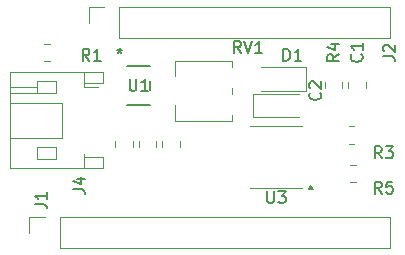
<source format=gbr>
%TF.GenerationSoftware,KiCad,Pcbnew,9.0.0*%
%TF.CreationDate,2025-04-10T05:16:25-06:00*%
%TF.ProjectId,WakeCircuit,57616b65-4369-4726-9375-69742e6b6963,rev?*%
%TF.SameCoordinates,Original*%
%TF.FileFunction,Legend,Top*%
%TF.FilePolarity,Positive*%
%FSLAX46Y46*%
G04 Gerber Fmt 4.6, Leading zero omitted, Abs format (unit mm)*
G04 Created by KiCad (PCBNEW 9.0.0) date 2025-04-10 05:16:25*
%MOMM*%
%LPD*%
G01*
G04 APERTURE LIST*
%ADD10C,0.150000*%
%ADD11C,0.120000*%
%ADD12C,0.152400*%
G04 APERTURE END LIST*
D10*
X117859580Y-104416666D02*
X117907200Y-104464285D01*
X117907200Y-104464285D02*
X117954819Y-104607142D01*
X117954819Y-104607142D02*
X117954819Y-104702380D01*
X117954819Y-104702380D02*
X117907200Y-104845237D01*
X117907200Y-104845237D02*
X117811961Y-104940475D01*
X117811961Y-104940475D02*
X117716723Y-104988094D01*
X117716723Y-104988094D02*
X117526247Y-105035713D01*
X117526247Y-105035713D02*
X117383390Y-105035713D01*
X117383390Y-105035713D02*
X117192914Y-104988094D01*
X117192914Y-104988094D02*
X117097676Y-104940475D01*
X117097676Y-104940475D02*
X117002438Y-104845237D01*
X117002438Y-104845237D02*
X116954819Y-104702380D01*
X116954819Y-104702380D02*
X116954819Y-104607142D01*
X116954819Y-104607142D02*
X117002438Y-104464285D01*
X117002438Y-104464285D02*
X117050057Y-104416666D01*
X117050057Y-104035713D02*
X117002438Y-103988094D01*
X117002438Y-103988094D02*
X116954819Y-103892856D01*
X116954819Y-103892856D02*
X116954819Y-103654761D01*
X116954819Y-103654761D02*
X117002438Y-103559523D01*
X117002438Y-103559523D02*
X117050057Y-103511904D01*
X117050057Y-103511904D02*
X117145295Y-103464285D01*
X117145295Y-103464285D02*
X117240533Y-103464285D01*
X117240533Y-103464285D02*
X117383390Y-103511904D01*
X117383390Y-103511904D02*
X117954819Y-104083332D01*
X117954819Y-104083332D02*
X117954819Y-103464285D01*
X121359580Y-101166666D02*
X121407200Y-101214285D01*
X121407200Y-101214285D02*
X121454819Y-101357142D01*
X121454819Y-101357142D02*
X121454819Y-101452380D01*
X121454819Y-101452380D02*
X121407200Y-101595237D01*
X121407200Y-101595237D02*
X121311961Y-101690475D01*
X121311961Y-101690475D02*
X121216723Y-101738094D01*
X121216723Y-101738094D02*
X121026247Y-101785713D01*
X121026247Y-101785713D02*
X120883390Y-101785713D01*
X120883390Y-101785713D02*
X120692914Y-101738094D01*
X120692914Y-101738094D02*
X120597676Y-101690475D01*
X120597676Y-101690475D02*
X120502438Y-101595237D01*
X120502438Y-101595237D02*
X120454819Y-101452380D01*
X120454819Y-101452380D02*
X120454819Y-101357142D01*
X120454819Y-101357142D02*
X120502438Y-101214285D01*
X120502438Y-101214285D02*
X120550057Y-101166666D01*
X121454819Y-100214285D02*
X121454819Y-100785713D01*
X121454819Y-100499999D02*
X120454819Y-100499999D01*
X120454819Y-100499999D02*
X120597676Y-100595237D01*
X120597676Y-100595237D02*
X120692914Y-100690475D01*
X120692914Y-100690475D02*
X120740533Y-100785713D01*
X114761905Y-101704819D02*
X114761905Y-100704819D01*
X114761905Y-100704819D02*
X115000000Y-100704819D01*
X115000000Y-100704819D02*
X115142857Y-100752438D01*
X115142857Y-100752438D02*
X115238095Y-100847676D01*
X115238095Y-100847676D02*
X115285714Y-100942914D01*
X115285714Y-100942914D02*
X115333333Y-101133390D01*
X115333333Y-101133390D02*
X115333333Y-101276247D01*
X115333333Y-101276247D02*
X115285714Y-101466723D01*
X115285714Y-101466723D02*
X115238095Y-101561961D01*
X115238095Y-101561961D02*
X115142857Y-101657200D01*
X115142857Y-101657200D02*
X115000000Y-101704819D01*
X115000000Y-101704819D02*
X114761905Y-101704819D01*
X116285714Y-101704819D02*
X115714286Y-101704819D01*
X116000000Y-101704819D02*
X116000000Y-100704819D01*
X116000000Y-100704819D02*
X115904762Y-100847676D01*
X115904762Y-100847676D02*
X115809524Y-100942914D01*
X115809524Y-100942914D02*
X115714286Y-100990533D01*
X93704819Y-113833333D02*
X94419104Y-113833333D01*
X94419104Y-113833333D02*
X94561961Y-113880952D01*
X94561961Y-113880952D02*
X94657200Y-113976190D01*
X94657200Y-113976190D02*
X94704819Y-114119047D01*
X94704819Y-114119047D02*
X94704819Y-114214285D01*
X94704819Y-112833333D02*
X94704819Y-113404761D01*
X94704819Y-113119047D02*
X93704819Y-113119047D01*
X93704819Y-113119047D02*
X93847676Y-113214285D01*
X93847676Y-113214285D02*
X93942914Y-113309523D01*
X93942914Y-113309523D02*
X93990533Y-113404761D01*
X123204819Y-101333333D02*
X123919104Y-101333333D01*
X123919104Y-101333333D02*
X124061961Y-101380952D01*
X124061961Y-101380952D02*
X124157200Y-101476190D01*
X124157200Y-101476190D02*
X124204819Y-101619047D01*
X124204819Y-101619047D02*
X124204819Y-101714285D01*
X123300057Y-100904761D02*
X123252438Y-100857142D01*
X123252438Y-100857142D02*
X123204819Y-100761904D01*
X123204819Y-100761904D02*
X123204819Y-100523809D01*
X123204819Y-100523809D02*
X123252438Y-100428571D01*
X123252438Y-100428571D02*
X123300057Y-100380952D01*
X123300057Y-100380952D02*
X123395295Y-100333333D01*
X123395295Y-100333333D02*
X123490533Y-100333333D01*
X123490533Y-100333333D02*
X123633390Y-100380952D01*
X123633390Y-100380952D02*
X124204819Y-100952380D01*
X124204819Y-100952380D02*
X124204819Y-100333333D01*
X98333333Y-101704819D02*
X98000000Y-101228628D01*
X97761905Y-101704819D02*
X97761905Y-100704819D01*
X97761905Y-100704819D02*
X98142857Y-100704819D01*
X98142857Y-100704819D02*
X98238095Y-100752438D01*
X98238095Y-100752438D02*
X98285714Y-100800057D01*
X98285714Y-100800057D02*
X98333333Y-100895295D01*
X98333333Y-100895295D02*
X98333333Y-101038152D01*
X98333333Y-101038152D02*
X98285714Y-101133390D01*
X98285714Y-101133390D02*
X98238095Y-101181009D01*
X98238095Y-101181009D02*
X98142857Y-101228628D01*
X98142857Y-101228628D02*
X97761905Y-101228628D01*
X99285714Y-101704819D02*
X98714286Y-101704819D01*
X99000000Y-101704819D02*
X99000000Y-100704819D01*
X99000000Y-100704819D02*
X98904762Y-100847676D01*
X98904762Y-100847676D02*
X98809524Y-100942914D01*
X98809524Y-100942914D02*
X98714286Y-100990533D01*
X101738095Y-103254859D02*
X101738095Y-104064382D01*
X101738095Y-104064382D02*
X101785714Y-104159620D01*
X101785714Y-104159620D02*
X101833333Y-104207240D01*
X101833333Y-104207240D02*
X101928571Y-104254859D01*
X101928571Y-104254859D02*
X102119047Y-104254859D01*
X102119047Y-104254859D02*
X102214285Y-104207240D01*
X102214285Y-104207240D02*
X102261904Y-104159620D01*
X102261904Y-104159620D02*
X102309523Y-104064382D01*
X102309523Y-104064382D02*
X102309523Y-103254859D01*
X103309523Y-104254859D02*
X102738095Y-104254859D01*
X103023809Y-104254859D02*
X103023809Y-103254859D01*
X103023809Y-103254859D02*
X102928571Y-103397716D01*
X102928571Y-103397716D02*
X102833333Y-103492954D01*
X102833333Y-103492954D02*
X102738095Y-103540573D01*
X100883550Y-100653899D02*
X100883550Y-100891994D01*
X100645455Y-100796756D02*
X100883550Y-100891994D01*
X100883550Y-100891994D02*
X101121645Y-100796756D01*
X100740693Y-101082470D02*
X100883550Y-100891994D01*
X100883550Y-100891994D02*
X101026407Y-101082470D01*
X96954819Y-112583333D02*
X97669104Y-112583333D01*
X97669104Y-112583333D02*
X97811961Y-112630952D01*
X97811961Y-112630952D02*
X97907200Y-112726190D01*
X97907200Y-112726190D02*
X97954819Y-112869047D01*
X97954819Y-112869047D02*
X97954819Y-112964285D01*
X97288152Y-111678571D02*
X97954819Y-111678571D01*
X96907200Y-111916666D02*
X97621485Y-112154761D01*
X97621485Y-112154761D02*
X97621485Y-111535714D01*
X123083333Y-112954819D02*
X122750000Y-112478628D01*
X122511905Y-112954819D02*
X122511905Y-111954819D01*
X122511905Y-111954819D02*
X122892857Y-111954819D01*
X122892857Y-111954819D02*
X122988095Y-112002438D01*
X122988095Y-112002438D02*
X123035714Y-112050057D01*
X123035714Y-112050057D02*
X123083333Y-112145295D01*
X123083333Y-112145295D02*
X123083333Y-112288152D01*
X123083333Y-112288152D02*
X123035714Y-112383390D01*
X123035714Y-112383390D02*
X122988095Y-112431009D01*
X122988095Y-112431009D02*
X122892857Y-112478628D01*
X122892857Y-112478628D02*
X122511905Y-112478628D01*
X123988095Y-111954819D02*
X123511905Y-111954819D01*
X123511905Y-111954819D02*
X123464286Y-112431009D01*
X123464286Y-112431009D02*
X123511905Y-112383390D01*
X123511905Y-112383390D02*
X123607143Y-112335771D01*
X123607143Y-112335771D02*
X123845238Y-112335771D01*
X123845238Y-112335771D02*
X123940476Y-112383390D01*
X123940476Y-112383390D02*
X123988095Y-112431009D01*
X123988095Y-112431009D02*
X124035714Y-112526247D01*
X124035714Y-112526247D02*
X124035714Y-112764342D01*
X124035714Y-112764342D02*
X123988095Y-112859580D01*
X123988095Y-112859580D02*
X123940476Y-112907200D01*
X123940476Y-112907200D02*
X123845238Y-112954819D01*
X123845238Y-112954819D02*
X123607143Y-112954819D01*
X123607143Y-112954819D02*
X123511905Y-112907200D01*
X123511905Y-112907200D02*
X123464286Y-112859580D01*
X119454819Y-101166666D02*
X118978628Y-101499999D01*
X119454819Y-101738094D02*
X118454819Y-101738094D01*
X118454819Y-101738094D02*
X118454819Y-101357142D01*
X118454819Y-101357142D02*
X118502438Y-101261904D01*
X118502438Y-101261904D02*
X118550057Y-101214285D01*
X118550057Y-101214285D02*
X118645295Y-101166666D01*
X118645295Y-101166666D02*
X118788152Y-101166666D01*
X118788152Y-101166666D02*
X118883390Y-101214285D01*
X118883390Y-101214285D02*
X118931009Y-101261904D01*
X118931009Y-101261904D02*
X118978628Y-101357142D01*
X118978628Y-101357142D02*
X118978628Y-101738094D01*
X118788152Y-100309523D02*
X119454819Y-100309523D01*
X118407200Y-100547618D02*
X119121485Y-100785713D01*
X119121485Y-100785713D02*
X119121485Y-100166666D01*
X123083333Y-109954819D02*
X122750000Y-109478628D01*
X122511905Y-109954819D02*
X122511905Y-108954819D01*
X122511905Y-108954819D02*
X122892857Y-108954819D01*
X122892857Y-108954819D02*
X122988095Y-109002438D01*
X122988095Y-109002438D02*
X123035714Y-109050057D01*
X123035714Y-109050057D02*
X123083333Y-109145295D01*
X123083333Y-109145295D02*
X123083333Y-109288152D01*
X123083333Y-109288152D02*
X123035714Y-109383390D01*
X123035714Y-109383390D02*
X122988095Y-109431009D01*
X122988095Y-109431009D02*
X122892857Y-109478628D01*
X122892857Y-109478628D02*
X122511905Y-109478628D01*
X123416667Y-108954819D02*
X124035714Y-108954819D01*
X124035714Y-108954819D02*
X123702381Y-109335771D01*
X123702381Y-109335771D02*
X123845238Y-109335771D01*
X123845238Y-109335771D02*
X123940476Y-109383390D01*
X123940476Y-109383390D02*
X123988095Y-109431009D01*
X123988095Y-109431009D02*
X124035714Y-109526247D01*
X124035714Y-109526247D02*
X124035714Y-109764342D01*
X124035714Y-109764342D02*
X123988095Y-109859580D01*
X123988095Y-109859580D02*
X123940476Y-109907200D01*
X123940476Y-109907200D02*
X123845238Y-109954819D01*
X123845238Y-109954819D02*
X123559524Y-109954819D01*
X123559524Y-109954819D02*
X123464286Y-109907200D01*
X123464286Y-109907200D02*
X123416667Y-109859580D01*
X113375595Y-112754819D02*
X113375595Y-113564342D01*
X113375595Y-113564342D02*
X113423214Y-113659580D01*
X113423214Y-113659580D02*
X113470833Y-113707200D01*
X113470833Y-113707200D02*
X113566071Y-113754819D01*
X113566071Y-113754819D02*
X113756547Y-113754819D01*
X113756547Y-113754819D02*
X113851785Y-113707200D01*
X113851785Y-113707200D02*
X113899404Y-113659580D01*
X113899404Y-113659580D02*
X113947023Y-113564342D01*
X113947023Y-113564342D02*
X113947023Y-112754819D01*
X114327976Y-112754819D02*
X114947023Y-112754819D01*
X114947023Y-112754819D02*
X114613690Y-113135771D01*
X114613690Y-113135771D02*
X114756547Y-113135771D01*
X114756547Y-113135771D02*
X114851785Y-113183390D01*
X114851785Y-113183390D02*
X114899404Y-113231009D01*
X114899404Y-113231009D02*
X114947023Y-113326247D01*
X114947023Y-113326247D02*
X114947023Y-113564342D01*
X114947023Y-113564342D02*
X114899404Y-113659580D01*
X114899404Y-113659580D02*
X114851785Y-113707200D01*
X114851785Y-113707200D02*
X114756547Y-113754819D01*
X114756547Y-113754819D02*
X114470833Y-113754819D01*
X114470833Y-113754819D02*
X114375595Y-113707200D01*
X114375595Y-113707200D02*
X114327976Y-113659580D01*
X111154761Y-101054819D02*
X110821428Y-100578628D01*
X110583333Y-101054819D02*
X110583333Y-100054819D01*
X110583333Y-100054819D02*
X110964285Y-100054819D01*
X110964285Y-100054819D02*
X111059523Y-100102438D01*
X111059523Y-100102438D02*
X111107142Y-100150057D01*
X111107142Y-100150057D02*
X111154761Y-100245295D01*
X111154761Y-100245295D02*
X111154761Y-100388152D01*
X111154761Y-100388152D02*
X111107142Y-100483390D01*
X111107142Y-100483390D02*
X111059523Y-100531009D01*
X111059523Y-100531009D02*
X110964285Y-100578628D01*
X110964285Y-100578628D02*
X110583333Y-100578628D01*
X111440476Y-100054819D02*
X111773809Y-101054819D01*
X111773809Y-101054819D02*
X112107142Y-100054819D01*
X112964285Y-101054819D02*
X112392857Y-101054819D01*
X112678571Y-101054819D02*
X112678571Y-100054819D01*
X112678571Y-100054819D02*
X112583333Y-100197676D01*
X112583333Y-100197676D02*
X112488095Y-100292914D01*
X112488095Y-100292914D02*
X112392857Y-100340533D01*
D11*
%TO.C,C1*%
X120265000Y-104011252D02*
X120265000Y-103488748D01*
X121735000Y-104011252D02*
X121735000Y-103488748D01*
%TO.C,D1*%
X116710000Y-102250000D02*
X112850000Y-102250000D01*
X116710000Y-104250000D02*
X112850000Y-104250000D01*
X116710000Y-104250000D02*
X116710000Y-102250000D01*
%TO.C,J1*%
X95820000Y-117580000D02*
X123820000Y-117580000D01*
X95820000Y-117580000D02*
X95820000Y-114920000D01*
X123820000Y-117580000D02*
X123820000Y-114920000D01*
X93220000Y-116250000D02*
X93220000Y-114920000D01*
X93220000Y-114920000D02*
X94550000Y-114920000D01*
X95820000Y-114920000D02*
X123820000Y-114920000D01*
%TO.C,J2*%
X100870000Y-97145000D02*
X123790000Y-97145000D01*
X98270000Y-97145000D02*
X99600000Y-97145000D01*
X98270000Y-98475000D02*
X98270000Y-97145000D01*
X123790000Y-99805000D02*
X123790000Y-97145000D01*
X100870000Y-99805000D02*
X100870000Y-97145000D01*
X100870000Y-99805000D02*
X123790000Y-99805000D01*
%TO.C,R2*%
X104515000Y-108977064D02*
X104515000Y-108522936D01*
X105985000Y-108977064D02*
X105985000Y-108522936D01*
%TO.C,C4*%
X101985000Y-109011252D02*
X101985000Y-108488748D01*
X100515000Y-109011252D02*
X100515000Y-108488748D01*
%TO.C,C3*%
X102515000Y-108488748D02*
X102515000Y-109011252D01*
X103985000Y-108488748D02*
X103985000Y-109011252D01*
%TO.C,R1*%
X94977064Y-100265000D02*
X94522936Y-100265000D01*
X94977064Y-101735000D02*
X94522936Y-101735000D01*
D12*
%TO.C,U1*%
X103503300Y-104163260D02*
X103503300Y-103436820D01*
X103503300Y-102149040D02*
X101496700Y-102149040D01*
X101496700Y-105451040D02*
X103503300Y-105451040D01*
D11*
%TO.C,J4*%
X99460000Y-102690000D02*
X91640000Y-102690000D01*
X97860000Y-102690000D02*
X97860000Y-103610000D01*
X91640000Y-102690000D02*
X91640000Y-110810000D01*
X95500000Y-103450000D02*
X93900000Y-103450000D01*
X93900000Y-103450000D02*
X93900000Y-104450000D01*
X99460000Y-103610000D02*
X99460000Y-102690000D01*
X97860000Y-103610000D02*
X99460000Y-103610000D01*
X97860000Y-103890000D02*
X97860000Y-103610000D01*
X97860000Y-103890000D02*
X99075000Y-103890000D01*
X93900000Y-103950000D02*
X91640000Y-103950000D01*
X95500000Y-104450000D02*
X95500000Y-103450000D01*
X93900000Y-104450000D02*
X95500000Y-104450000D01*
X93900000Y-104450000D02*
X91640000Y-104450000D01*
X96000000Y-105250000D02*
X96000000Y-108250000D01*
X91640000Y-105250000D02*
X96000000Y-105250000D01*
X96000000Y-108250000D02*
X91640000Y-108250000D01*
X95500000Y-109050000D02*
X95500000Y-110050000D01*
X93900000Y-109050000D02*
X95500000Y-109050000D01*
X99460000Y-109890000D02*
X97860000Y-109890000D01*
X97860000Y-109890000D02*
X97860000Y-109610000D01*
X95500000Y-110050000D02*
X93900000Y-110050000D01*
X93900000Y-110050000D02*
X93900000Y-109050000D01*
X99460000Y-110810000D02*
X99460000Y-109890000D01*
X97860000Y-110810000D02*
X97860000Y-109890000D01*
X91640000Y-110810000D02*
X99460000Y-110810000D01*
%TO.C,R5*%
X120435436Y-111985000D02*
X120889564Y-111985000D01*
X120435436Y-110515000D02*
X120889564Y-110515000D01*
%TO.C,R4*%
X118265000Y-103977064D02*
X118265000Y-103522936D01*
X119735000Y-103977064D02*
X119735000Y-103522936D01*
%TO.C,C2*%
X116100000Y-104565000D02*
X112190000Y-104565000D01*
X112190000Y-106435000D02*
X116100000Y-106435000D01*
X112190000Y-104565000D02*
X112190000Y-106435000D01*
%TO.C,R3*%
X120272936Y-108735000D02*
X120727064Y-108735000D01*
X120272936Y-107265000D02*
X120727064Y-107265000D01*
%TO.C,U3*%
X117277500Y-112590000D02*
X116797500Y-112590000D01*
X117037500Y-112260000D01*
X117277500Y-112590000D01*
G36*
X117277500Y-112590000D02*
G01*
X116797500Y-112590000D01*
X117037500Y-112260000D01*
X117277500Y-112590000D01*
G37*
X114137500Y-107240000D02*
X111937500Y-107240000D01*
X114137500Y-107240000D02*
X116337500Y-107240000D01*
X114137500Y-112460000D02*
X111937500Y-112460000D01*
X114137500Y-112460000D02*
X116337500Y-112460000D01*
%TO.C,RV1*%
X105580000Y-101730000D02*
X105580000Y-103010000D01*
X105580000Y-101730000D02*
X110420000Y-101730000D01*
X105580000Y-102110000D02*
X105580000Y-102110000D01*
X105580000Y-102110000D02*
X105580000Y-103010000D01*
X105580000Y-102110000D02*
X105580000Y-103010000D01*
X105580000Y-105490000D02*
X105580000Y-106770000D01*
X105580000Y-106770000D02*
X110420000Y-106770000D01*
X110420000Y-101730000D02*
X110420000Y-102210000D01*
X110420000Y-103990000D02*
X110420000Y-104510000D01*
X110420000Y-106290000D02*
X110420000Y-106770000D01*
%TD*%
M02*

</source>
